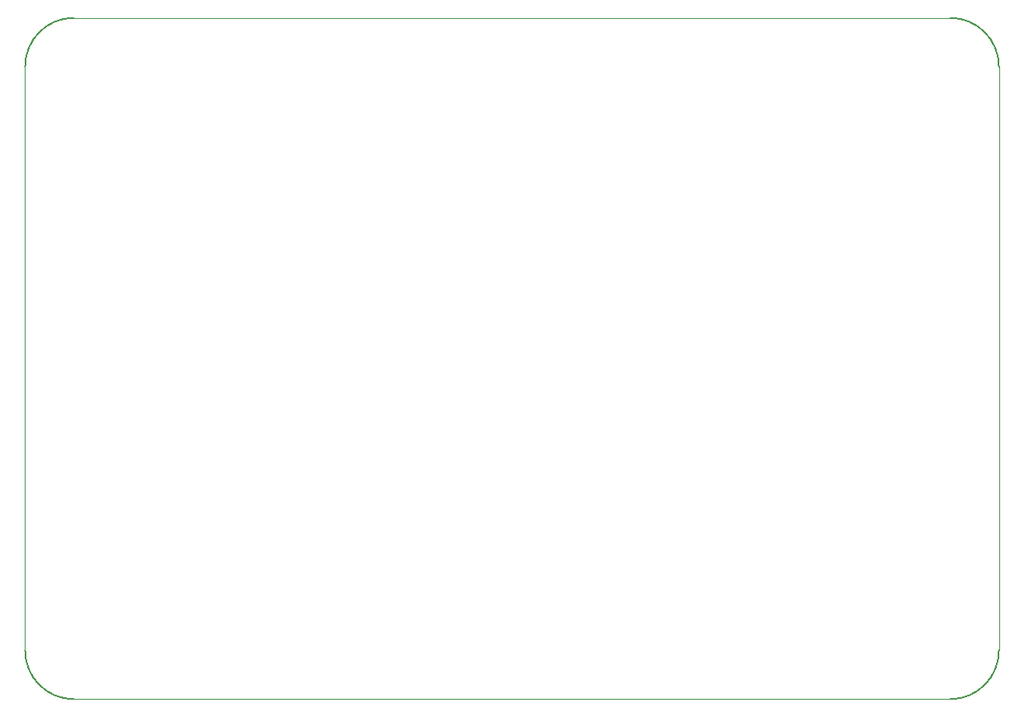
<source format=gbr>
%TF.GenerationSoftware,KiCad,Pcbnew,(5.1.8)-1*%
%TF.CreationDate,2021-03-09T13:11:08-05:00*%
%TF.ProjectId,DRV8353S_dev_board,44525638-3335-4335-935f-6465765f626f,rev?*%
%TF.SameCoordinates,Original*%
%TF.FileFunction,Profile,NP*%
%FSLAX46Y46*%
G04 Gerber Fmt 4.6, Leading zero omitted, Abs format (unit mm)*
G04 Created by KiCad (PCBNEW (5.1.8)-1) date 2021-03-09 13:11:08*
%MOMM*%
%LPD*%
G01*
G04 APERTURE LIST*
%TA.AperFunction,Profile*%
%ADD10C,0.150000*%
%TD*%
%TA.AperFunction,Profile*%
%ADD11C,0.050000*%
%TD*%
G04 APERTURE END LIST*
D10*
X50000000Y-115000000D02*
G75*
G03*
X55000000Y-120000000I5000000J0D01*
G01*
X145000000Y-120000000D02*
G75*
G03*
X150000000Y-115000000I0J5000000D01*
G01*
X150000000Y-55000000D02*
G75*
G03*
X145000000Y-50000000I-5000000J0D01*
G01*
X55000000Y-50000000D02*
G75*
G03*
X50000000Y-55000000I0J-5000000D01*
G01*
D11*
X150000000Y-55000000D02*
X150000000Y-115000000D01*
X50000000Y-55000000D02*
X50000000Y-115000000D01*
X55000000Y-120000000D02*
X145000000Y-120000000D01*
X55000000Y-50000000D02*
X145000000Y-50000000D01*
M02*

</source>
